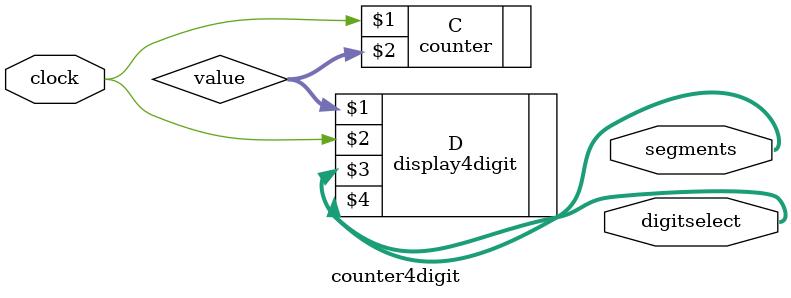
<source format=sv>
`timescale 1ns / 1ps
`default_nettype none


module counter4digit(
    input wire clock,
    output wire [7:0] segments,
    output wire [7:0] digitselect
    );
    
    wire [15:0] value;
    counter C(clock, value);
    display4digit D(value, clock, segments, digitselect);
    
endmodule

</source>
